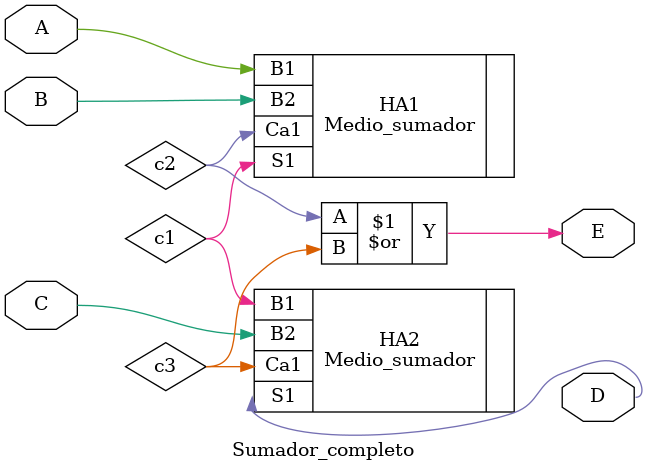
<source format=v>
`timescale 1ns/1ns
module Sumador_completo(
    input A,
    input B,
    input C,
    output D, 
    output E
    );

wire c1, c2, c3;

assign E=c2|c3;

Medio_sumador HA1(
    .B1(A),
    .B2(B),
    .S1(c1),
    .Ca1(c2)
    );

Medio_sumador HA2(
    .B1(c1),
    .B2(C),
    .S1(D),
    .Ca1(c3)
    );


endmodule

</source>
